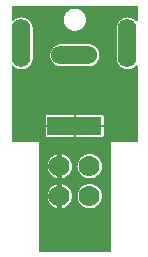
<source format=gtl>
%FSLAX33Y33*%
%MOMM*%
%AMRR-H1600000-W3900000-R800000-RO0.000*
21,1,2.3,1.6,0.,0.,360*
1,1,1.6,-1.15,0.*
1,1,1.6,1.15,0.*
1,1,1.6,1.15,-0.*
1,1,1.6,-1.15,0.*%
%AMRR-H4099999-W1600000-R800000-RO0.000*
21,1,1.6,2.499999,0.,0.,360*
1,1,1.6,0.,1.2499995*
1,1,1.6,0.,1.2499995*
1,1,1.6,0.,-1.2499995*
1,1,1.6,-0.,-1.2499995*%
%ADD10C,0.0508*%
%ADD11R,4.6X1.6*%
%ADD12RR-H1600000-W3900000-R800000-RO0.000*%
%ADD13RR-H4099999-W1600000-R800000-RO0.000*%
%ADD14C,1.778*%
D10*
%LNpour fill*%
G01*
X8712Y9688D02*
X8712Y9688D01*
X8727Y9703*
X10998Y9703*
X10998Y16081*
X10951Y16101*
X10853Y16002*
X10851Y16001*
X10711Y15903*
X10709Y15902*
X10555Y15830*
X10553Y15829*
X10388Y15785*
X10386Y15784*
X10216Y15770*
X10214Y15770*
X10044Y15784*
X10042Y15785*
X9877Y15829*
X9875Y15830*
X9721Y15902*
X9719Y15903*
X9579Y16001*
X9577Y16002*
X9457Y16122*
X9456Y16124*
X9358Y16264*
X9357Y16266*
X9285Y16420*
X9284Y16422*
X9240Y16587*
X9239Y16589*
X9225Y16758*
X9225Y16759*
X9225Y19261*
X9225Y19262*
X9239Y19431*
X9240Y19433*
X9284Y19598*
X9285Y19600*
X9357Y19754*
X9358Y19756*
X9456Y19896*
X9457Y19898*
X9577Y20018*
X9579Y20019*
X9719Y20117*
X9721Y20118*
X9875Y20190*
X9877Y20191*
X10042Y20235*
X10044Y20236*
X10214Y20250*
X10216Y20250*
X10386Y20236*
X10388Y20235*
X10553Y20191*
X10555Y20190*
X10709Y20118*
X10711Y20117*
X10851Y20019*
X10853Y20018*
X10951Y19919*
X10998Y19939*
X10998Y21158*
X0432Y21158*
X0432Y19939*
X0479Y19919*
X0577Y20018*
X0579Y20019*
X0719Y20117*
X0721Y20118*
X0875Y20190*
X0877Y20191*
X1042Y20235*
X1044Y20236*
X1214Y20250*
X1216Y20250*
X1386Y20236*
X1388Y20235*
X1553Y20191*
X1555Y20190*
X1709Y20118*
X1711Y20117*
X1851Y20019*
X1853Y20018*
X1973Y19898*
X1974Y19896*
X2072Y19756*
X2073Y19754*
X2145Y19600*
X2146Y19598*
X2190Y19433*
X2191Y19431*
X2205Y19262*
X2206Y19261*
X2206Y16759*
X2205Y16758*
X2191Y16589*
X2190Y16587*
X2146Y16422*
X2145Y16420*
X2073Y16266*
X2072Y16264*
X1974Y16124*
X1973Y16122*
X1853Y16002*
X1851Y16001*
X1711Y15903*
X1709Y15902*
X1555Y15830*
X1553Y15829*
X1388Y15785*
X1386Y15784*
X1216Y15770*
X1214Y15770*
X1044Y15784*
X1042Y15785*
X0877Y15829*
X0875Y15830*
X0721Y15902*
X0719Y15903*
X0579Y16001*
X0577Y16002*
X0479Y16101*
X0432Y16081*
X0432Y9703*
X2703Y9703*
X2718Y9688*
X2718Y0432*
X8712Y0432*
X8712Y9688*
X5836Y19026D02*
X5836Y19026D01*
X6065Y19082*
X6068Y19083*
X6277Y19193*
X6280Y19195*
X6456Y19351*
X6458Y19354*
X6592Y19548*
X6594Y19551*
X6677Y19771*
X6678Y19774*
X6707Y20008*
X6707Y20012*
X6678Y20246*
X6677Y20249*
X6594Y20469*
X6592Y20472*
X6458Y20666*
X6456Y20669*
X6280Y20825*
X6277Y20827*
X6068Y20937*
X6065Y20938*
X5836Y20994*
X5833Y20994*
X5597Y20994*
X5594Y20994*
X5365Y20938*
X5362Y20937*
X5153Y20827*
X5150Y20825*
X4974Y20669*
X4972Y20666*
X4838Y20472*
X4836Y20469*
X4753Y20249*
X4752Y20246*
X4723Y20012*
X4723Y20008*
X4752Y19774*
X4753Y19771*
X4836Y19551*
X4838Y19548*
X4972Y19354*
X4974Y19351*
X5150Y19195*
X5153Y19193*
X5362Y19083*
X5365Y19082*
X5594Y19026*
X5597Y19026*
X5833Y19026*
X5836Y19026*
X6867Y16020D02*
X6867Y16020D01*
X7036Y16034*
X7038Y16035*
X7203Y16079*
X7205Y16080*
X7359Y16152*
X7361Y16153*
X7501Y16251*
X7503Y16252*
X7623Y16372*
X7624Y16374*
X7722Y16514*
X7723Y16516*
X7795Y16670*
X7796Y16672*
X7840Y16837*
X7841Y16839*
X7856Y17009*
X7856Y17011*
X7841Y17181*
X7840Y17183*
X7796Y17348*
X7795Y17350*
X7723Y17504*
X7722Y17506*
X7624Y17646*
X7623Y17648*
X7503Y17768*
X7501Y17769*
X7361Y17867*
X7359Y17868*
X7205Y17940*
X7203Y17941*
X7038Y17985*
X7036Y17986*
X6867Y18000*
X6866Y18001*
X4564Y18001*
X4563Y18000*
X4394Y17986*
X4392Y17985*
X4227Y17941*
X4225Y17940*
X4071Y17868*
X4069Y17867*
X3929Y17769*
X3927Y17768*
X3807Y17648*
X3806Y17646*
X3708Y17506*
X3707Y17504*
X3635Y17350*
X3634Y17348*
X3590Y17183*
X3589Y17181*
X3575Y17011*
X3575Y17009*
X3589Y16839*
X3590Y16837*
X3634Y16672*
X3635Y16670*
X3707Y16516*
X3708Y16514*
X3806Y16374*
X3807Y16372*
X3927Y16252*
X3929Y16251*
X4069Y16153*
X4071Y16152*
X4225Y16080*
X4227Y16079*
X4392Y16035*
X4394Y16034*
X4563Y16020*
X4564Y16020*
X6866Y16020*
X6867Y16020*
X5658Y10033D02*
X5658Y10033D01*
X5658Y10226*
X5772Y10226*
X5772Y10033*
X5787Y10019*
X8016Y10019*
X8017Y10019*
X8044Y10021*
X8046Y10021*
X8073Y10028*
X8075Y10028*
X8101Y10039*
X8103Y10040*
X8127Y10054*
X8128Y10056*
X8150Y10074*
X8151Y10075*
X8169Y10097*
X8171Y10098*
X8185Y10122*
X8186Y10124*
X8197Y10150*
X8197Y10152*
X8204Y10179*
X8204Y10181*
X8206Y10209*
X8207Y10210*
X8207Y10938*
X8192Y10953*
X7999Y10953*
X7999Y11067*
X8192Y11067*
X8207Y11082*
X8207Y11810*
X8206Y11811*
X8204Y11839*
X8204Y11841*
X8197Y11868*
X8197Y11870*
X8186Y11896*
X8185Y11898*
X8171Y11922*
X8169Y11923*
X8151Y11945*
X8150Y11946*
X8128Y11964*
X8127Y11966*
X8103Y11980*
X8101Y11981*
X8075Y11992*
X8073Y11992*
X8046Y11999*
X8044Y11999*
X8016Y12001*
X8015Y12002*
X5787Y12002*
X5772Y11987*
X5772Y11794*
X5658Y11794*
X5658Y11987*
X5643Y12002*
X3415Y12002*
X3414Y12001*
X3386Y11999*
X3384Y11999*
X3357Y11992*
X3355Y11992*
X3329Y11981*
X3327Y11980*
X3303Y11966*
X3302Y11964*
X3280Y11946*
X3279Y11945*
X3261Y11923*
X3259Y11922*
X3245Y11898*
X3244Y11896*
X3233Y11870*
X3233Y11868*
X3226Y11841*
X3226Y11839*
X3224Y11812*
X3224Y11811*
X3224Y11082*
X3238Y11067*
X3431Y11067*
X3431Y10953*
X3238Y10953*
X3224Y10938*
X3224Y10209*
X3224Y10208*
X3226Y10181*
X3226Y10179*
X3233Y10152*
X3233Y10150*
X3244Y10124*
X3245Y10122*
X3259Y10098*
X3261Y10097*
X3279Y10075*
X3280Y10074*
X3302Y10056*
X3303Y10054*
X3327Y10040*
X3329Y10039*
X3355Y10028*
X3357Y10028*
X3384Y10021*
X3386Y10021*
X3413Y10019*
X3414Y10019*
X5643Y10019*
X5658Y10033*
X7117Y6548D02*
X7117Y6548D01*
X7367Y6609*
X7370Y6610*
X7598Y6730*
X7600Y6732*
X7793Y6902*
X7795Y6905*
X7941Y7117*
X7942Y7119*
X8034Y7360*
X8034Y7363*
X8066Y7618*
X8066Y7622*
X8034Y7877*
X8034Y7880*
X7942Y8121*
X7941Y8123*
X7795Y8335*
X7793Y8338*
X7600Y8508*
X7598Y8510*
X7370Y8630*
X7367Y8631*
X7117Y8692*
X7114Y8693*
X6856Y8693*
X6853Y8692*
X6603Y8631*
X6600Y8630*
X6372Y8510*
X6370Y8508*
X6177Y8338*
X6175Y8335*
X6029Y8123*
X6028Y8121*
X5936Y7880*
X5936Y7877*
X5904Y7622*
X5904Y7618*
X5936Y7363*
X5936Y7360*
X6028Y7119*
X6029Y7117*
X6175Y6905*
X6177Y6902*
X6370Y6732*
X6372Y6730*
X6600Y6610*
X6603Y6609*
X6853Y6548*
X6856Y6547*
X7114Y6547*
X7117Y6548*
X4827Y6609D02*
X4827Y6609D01*
X4830Y6610*
X5058Y6730*
X5060Y6732*
X5253Y6902*
X5255Y6905*
X5401Y7117*
X5402Y7119*
X5494Y7360*
X5494Y7363*
X5526Y7618*
X5526Y7622*
X5494Y7877*
X5494Y7880*
X5402Y8121*
X5401Y8123*
X5255Y8335*
X5253Y8338*
X5060Y8508*
X5058Y8510*
X4830Y8630*
X4827Y8631*
X4639Y8677*
X4620Y8662*
X4620Y8487*
X4270Y8487*
X4270Y8662*
X4251Y8677*
X4063Y8631*
X4060Y8630*
X3832Y8510*
X3830Y8508*
X3637Y8338*
X3635Y8335*
X3489Y8123*
X3488Y8121*
X3396Y7880*
X3396Y7877*
X3388Y7812*
X3403Y7795*
X3572Y7795*
X3572Y7445*
X3403Y7445*
X3388Y7428*
X3396Y7363*
X3396Y7360*
X3488Y7119*
X3489Y7117*
X3635Y6905*
X3637Y6902*
X3830Y6732*
X3832Y6730*
X4060Y6610*
X4063Y6609*
X4251Y6563*
X4270Y6578*
X4270Y6753*
X4620Y6753*
X4620Y6578*
X4639Y6563*
X4827Y6609*
X7117Y4008D02*
X7117Y4008D01*
X7367Y4069*
X7370Y4070*
X7598Y4190*
X7600Y4192*
X7793Y4362*
X7795Y4365*
X7941Y4577*
X7942Y4579*
X8034Y4820*
X8034Y4823*
X8066Y5078*
X8066Y5082*
X8034Y5337*
X8034Y5340*
X7942Y5581*
X7941Y5583*
X7795Y5795*
X7793Y5798*
X7600Y5968*
X7598Y5970*
X7370Y6090*
X7367Y6091*
X7117Y6152*
X7114Y6153*
X6856Y6153*
X6853Y6152*
X6603Y6091*
X6600Y6090*
X6372Y5970*
X6370Y5968*
X6177Y5798*
X6175Y5795*
X6029Y5583*
X6028Y5581*
X5936Y5340*
X5936Y5337*
X5904Y5082*
X5904Y5078*
X5936Y4823*
X5936Y4820*
X6028Y4579*
X6029Y4577*
X6175Y4365*
X6177Y4362*
X6370Y4192*
X6372Y4190*
X6600Y4070*
X6603Y4069*
X6853Y4008*
X6856Y4007*
X7114Y4007*
X7117Y4008*
X4827Y4069D02*
X4827Y4069D01*
X4830Y4070*
X5058Y4190*
X5060Y4192*
X5253Y4362*
X5255Y4365*
X5401Y4577*
X5402Y4579*
X5494Y4820*
X5494Y4823*
X5526Y5078*
X5526Y5082*
X5494Y5337*
X5494Y5340*
X5402Y5581*
X5401Y5583*
X5255Y5795*
X5253Y5798*
X5060Y5968*
X5058Y5970*
X4830Y6090*
X4827Y6091*
X4639Y6137*
X4620Y6122*
X4620Y5947*
X4270Y5947*
X4270Y6122*
X4251Y6137*
X4063Y6091*
X4060Y6090*
X3832Y5970*
X3830Y5968*
X3637Y5798*
X3635Y5795*
X3489Y5583*
X3488Y5581*
X3396Y5340*
X3396Y5337*
X3388Y5272*
X3403Y5255*
X3572Y5255*
X3572Y4905*
X3403Y4905*
X3388Y4888*
X3396Y4823*
X3396Y4820*
X3488Y4579*
X3489Y4577*
X3635Y4365*
X3637Y4362*
X3830Y4192*
X3832Y4190*
X4060Y4070*
X4063Y4069*
X4251Y4023*
X4270Y4038*
X4270Y4213*
X4620Y4213*
X4620Y4038*
X4639Y4023*
X4827Y4069*
X2718Y0456D02*
X8712Y0456D01*
X2718Y0505D02*
X8712Y0505D01*
X2718Y0555D02*
X8712Y0555D01*
X2718Y0605D02*
X8712Y0605D01*
X2718Y0654D02*
X8712Y0654D01*
X2718Y0704D02*
X8712Y0704D01*
X2718Y0753D02*
X8712Y0753D01*
X2718Y0803D02*
X8712Y0803D01*
X2718Y0852D02*
X8712Y0852D01*
X2718Y0902D02*
X8712Y0902D01*
X2718Y0951D02*
X8712Y0951D01*
X2718Y1001D02*
X8712Y1001D01*
X2718Y1050D02*
X8712Y1050D01*
X2718Y1100D02*
X8712Y1100D01*
X2718Y1149D02*
X8712Y1149D01*
X2718Y1199D02*
X8712Y1199D01*
X2718Y1248D02*
X8712Y1248D01*
X2718Y1298D02*
X8712Y1298D01*
X2718Y1347D02*
X8712Y1347D01*
X2718Y1397D02*
X8712Y1397D01*
X2718Y1447D02*
X8712Y1447D01*
X2718Y1496D02*
X8712Y1496D01*
X2718Y1546D02*
X8712Y1546D01*
X2718Y1595D02*
X8712Y1595D01*
X2718Y1645D02*
X8712Y1645D01*
X2718Y1694D02*
X8712Y1694D01*
X2718Y1744D02*
X8712Y1744D01*
X2718Y1793D02*
X8712Y1793D01*
X2718Y1843D02*
X8712Y1843D01*
X2718Y1892D02*
X8712Y1892D01*
X2718Y1942D02*
X8712Y1942D01*
X2718Y1991D02*
X8712Y1991D01*
X2718Y2041D02*
X8712Y2041D01*
X2718Y2090D02*
X8712Y2090D01*
X2718Y2140D02*
X8712Y2140D01*
X2718Y2189D02*
X8712Y2189D01*
X2718Y2239D02*
X8712Y2239D01*
X2718Y2289D02*
X8712Y2289D01*
X2718Y2338D02*
X8712Y2338D01*
X2718Y2388D02*
X8712Y2388D01*
X2718Y2437D02*
X8712Y2437D01*
X2718Y2487D02*
X8712Y2487D01*
X2718Y2536D02*
X8712Y2536D01*
X2718Y2586D02*
X8712Y2586D01*
X2718Y2635D02*
X8712Y2635D01*
X2718Y2685D02*
X8712Y2685D01*
X2718Y2734D02*
X8712Y2734D01*
X2718Y2784D02*
X8712Y2784D01*
X2718Y2833D02*
X8712Y2833D01*
X2718Y2883D02*
X8712Y2883D01*
X2718Y2932D02*
X8712Y2932D01*
X2718Y2982D02*
X8712Y2982D01*
X2718Y3031D02*
X8712Y3031D01*
X2718Y3081D02*
X8712Y3081D01*
X2718Y3131D02*
X8712Y3131D01*
X2718Y3180D02*
X8712Y3180D01*
X2718Y3230D02*
X8712Y3230D01*
X2718Y3279D02*
X8712Y3279D01*
X2718Y3329D02*
X8712Y3329D01*
X2718Y3378D02*
X8712Y3378D01*
X2718Y3428D02*
X8712Y3428D01*
X2718Y3477D02*
X8712Y3477D01*
X2718Y3527D02*
X8712Y3527D01*
X2718Y3576D02*
X8712Y3576D01*
X2718Y3626D02*
X8712Y3626D01*
X2718Y3675D02*
X8712Y3675D01*
X2718Y3725D02*
X8712Y3725D01*
X2718Y3774D02*
X8712Y3774D01*
X2718Y3824D02*
X8712Y3824D01*
X2718Y3873D02*
X8712Y3873D01*
X2718Y3923D02*
X8712Y3923D01*
X2718Y3973D02*
X8712Y3973D01*
X2718Y4022D02*
X6794Y4022D01*
X7176Y4022D02*
X8712Y4022D01*
X2718Y4072D02*
X4058Y4072D01*
X4270Y4072D02*
X4620Y4072D01*
X4832Y4072D02*
X6598Y4072D01*
X7372Y4072D02*
X8712Y4072D01*
X2718Y4121D02*
X3963Y4121D01*
X4270Y4121D02*
X4620Y4121D01*
X4927Y4121D02*
X6503Y4121D01*
X7467Y4121D02*
X8712Y4121D01*
X2718Y4171D02*
X3869Y4171D01*
X4270Y4171D02*
X4620Y4171D01*
X5021Y4171D02*
X6409Y4171D01*
X7561Y4171D02*
X8712Y4171D01*
X2718Y4220D02*
X3798Y4220D01*
X5092Y4220D02*
X6338Y4220D01*
X7632Y4220D02*
X8712Y4220D01*
X2718Y4270D02*
X3742Y4270D01*
X5148Y4270D02*
X6282Y4270D01*
X7688Y4270D02*
X8712Y4270D01*
X2718Y4319D02*
X3686Y4319D01*
X5204Y4319D02*
X6226Y4319D01*
X7744Y4319D02*
X8712Y4319D01*
X2718Y4369D02*
X3632Y4369D01*
X5258Y4369D02*
X6172Y4369D01*
X7798Y4369D02*
X8712Y4369D01*
X2718Y4418D02*
X3598Y4418D01*
X5292Y4418D02*
X6138Y4418D01*
X7832Y4418D02*
X8712Y4418D01*
X2718Y4468D02*
X3564Y4468D01*
X5326Y4468D02*
X6104Y4468D01*
X7866Y4468D02*
X8712Y4468D01*
X2718Y4517D02*
X3530Y4517D01*
X5360Y4517D02*
X6070Y4517D01*
X7900Y4517D02*
X8712Y4517D01*
X2718Y4567D02*
X3496Y4567D01*
X5394Y4567D02*
X6036Y4567D01*
X7934Y4567D02*
X8712Y4567D01*
X2718Y4616D02*
X3473Y4616D01*
X5417Y4616D02*
X6013Y4616D01*
X7957Y4616D02*
X8712Y4616D01*
X2718Y4666D02*
X3455Y4666D01*
X5435Y4666D02*
X5995Y4666D01*
X7975Y4666D02*
X8712Y4666D01*
X2718Y4716D02*
X3436Y4716D01*
X5454Y4716D02*
X5976Y4716D01*
X7994Y4716D02*
X8712Y4716D01*
X2718Y4765D02*
X3417Y4765D01*
X5473Y4765D02*
X5957Y4765D01*
X8013Y4765D02*
X8712Y4765D01*
X2718Y4815D02*
X3398Y4815D01*
X5492Y4815D02*
X5938Y4815D01*
X8032Y4815D02*
X8712Y4815D01*
X2718Y4864D02*
X3391Y4864D01*
X5499Y4864D02*
X5931Y4864D01*
X8039Y4864D02*
X8712Y4864D01*
X2718Y4914D02*
X3572Y4914D01*
X5505Y4914D02*
X5925Y4914D01*
X8045Y4914D02*
X8712Y4914D01*
X2718Y4963D02*
X3572Y4963D01*
X5512Y4963D02*
X5919Y4963D01*
X8052Y4963D02*
X8712Y4963D01*
X2718Y5013D02*
X3572Y5013D01*
X5518Y5013D02*
X5912Y5013D01*
X8058Y5013D02*
X8712Y5013D01*
X2718Y5062D02*
X3572Y5062D01*
X5524Y5062D02*
X5906Y5062D01*
X8064Y5062D02*
X8712Y5062D01*
X2718Y5112D02*
X3572Y5112D01*
X5522Y5112D02*
X5908Y5112D01*
X8062Y5112D02*
X8712Y5112D01*
X2718Y5161D02*
X3572Y5161D01*
X5516Y5161D02*
X5914Y5161D01*
X8056Y5161D02*
X8712Y5161D01*
X2718Y5211D02*
X3572Y5211D01*
X5510Y5211D02*
X5920Y5211D01*
X8050Y5211D02*
X8712Y5211D01*
X2718Y5260D02*
X3398Y5260D01*
X5504Y5260D02*
X5926Y5260D01*
X8044Y5260D02*
X8712Y5260D01*
X2718Y5310D02*
X3392Y5310D01*
X5498Y5310D02*
X5932Y5310D01*
X8038Y5310D02*
X8712Y5310D01*
X2718Y5359D02*
X3404Y5359D01*
X5486Y5359D02*
X5944Y5359D01*
X8026Y5359D02*
X8712Y5359D01*
X2718Y5409D02*
X3422Y5409D01*
X5468Y5409D02*
X5962Y5409D01*
X8008Y5409D02*
X8712Y5409D01*
X2718Y5458D02*
X3441Y5458D01*
X5449Y5458D02*
X5981Y5458D01*
X7989Y5458D02*
X8712Y5458D01*
X2718Y5508D02*
X3460Y5508D01*
X5430Y5508D02*
X6000Y5508D01*
X7970Y5508D02*
X8712Y5508D01*
X2718Y5558D02*
X3479Y5558D01*
X5411Y5558D02*
X6019Y5558D01*
X7951Y5558D02*
X8712Y5558D01*
X2718Y5607D02*
X3505Y5607D01*
X5385Y5607D02*
X6045Y5607D01*
X7925Y5607D02*
X8712Y5607D01*
X2718Y5657D02*
X3539Y5657D01*
X5351Y5657D02*
X6079Y5657D01*
X7891Y5657D02*
X8712Y5657D01*
X2718Y5706D02*
X3574Y5706D01*
X5316Y5706D02*
X6114Y5706D01*
X7856Y5706D02*
X8712Y5706D01*
X2718Y5756D02*
X3608Y5756D01*
X5282Y5756D02*
X6148Y5756D01*
X7822Y5756D02*
X8712Y5756D01*
X2718Y5805D02*
X3646Y5805D01*
X5244Y5805D02*
X6186Y5805D01*
X7784Y5805D02*
X8712Y5805D01*
X2718Y5855D02*
X3702Y5855D01*
X5188Y5855D02*
X6242Y5855D01*
X7728Y5855D02*
X8712Y5855D01*
X2718Y5904D02*
X3758Y5904D01*
X5132Y5904D02*
X6298Y5904D01*
X7672Y5904D02*
X8712Y5904D01*
X2718Y5954D02*
X3813Y5954D01*
X4270Y5954D02*
X4620Y5954D01*
X5077Y5954D02*
X6353Y5954D01*
X7617Y5954D02*
X8712Y5954D01*
X2718Y6003D02*
X3896Y6003D01*
X4270Y6003D02*
X4620Y6003D01*
X4994Y6003D02*
X6436Y6003D01*
X7534Y6003D02*
X8712Y6003D01*
X2718Y6053D02*
X3990Y6053D01*
X4270Y6053D02*
X4620Y6053D01*
X4900Y6053D02*
X6530Y6053D01*
X7440Y6053D02*
X8712Y6053D01*
X2718Y6102D02*
X4110Y6102D01*
X4270Y6102D02*
X4620Y6102D01*
X4780Y6102D02*
X6650Y6102D01*
X7320Y6102D02*
X8712Y6102D01*
X2718Y6152D02*
X6851Y6152D01*
X7119Y6152D02*
X8712Y6152D01*
X2718Y6201D02*
X8712Y6201D01*
X2718Y6251D02*
X8712Y6251D01*
X2718Y6300D02*
X8712Y6300D01*
X2718Y6350D02*
X8712Y6350D01*
X2718Y6400D02*
X8712Y6400D01*
X2718Y6449D02*
X8712Y6449D01*
X2718Y6499D02*
X8712Y6499D01*
X2718Y6548D02*
X6851Y6548D01*
X7119Y6548D02*
X8712Y6548D01*
X2718Y6598D02*
X4110Y6598D01*
X4270Y6598D02*
X4620Y6598D01*
X4780Y6598D02*
X6650Y6598D01*
X7320Y6598D02*
X8712Y6598D01*
X2718Y6647D02*
X3990Y6647D01*
X4270Y6647D02*
X4620Y6647D01*
X4900Y6647D02*
X6530Y6647D01*
X7440Y6647D02*
X8712Y6647D01*
X2718Y6697D02*
X3896Y6697D01*
X4270Y6697D02*
X4620Y6697D01*
X4994Y6697D02*
X6436Y6697D01*
X7534Y6697D02*
X8712Y6697D01*
X2718Y6746D02*
X3813Y6746D01*
X4270Y6746D02*
X4620Y6746D01*
X5077Y6746D02*
X6353Y6746D01*
X7617Y6746D02*
X8712Y6746D01*
X2718Y6796D02*
X3758Y6796D01*
X5132Y6796D02*
X6298Y6796D01*
X7672Y6796D02*
X8712Y6796D01*
X2718Y6845D02*
X3702Y6845D01*
X5188Y6845D02*
X6242Y6845D01*
X7728Y6845D02*
X8712Y6845D01*
X2718Y6895D02*
X3646Y6895D01*
X5244Y6895D02*
X6186Y6895D01*
X7784Y6895D02*
X8712Y6895D01*
X2718Y6944D02*
X3608Y6944D01*
X5282Y6944D02*
X6148Y6944D01*
X7822Y6944D02*
X8712Y6944D01*
X2718Y6994D02*
X3574Y6994D01*
X5316Y6994D02*
X6114Y6994D01*
X7856Y6994D02*
X8712Y6994D01*
X2718Y7043D02*
X3539Y7043D01*
X5351Y7043D02*
X6079Y7043D01*
X7891Y7043D02*
X8712Y7043D01*
X2718Y7093D02*
X3505Y7093D01*
X5385Y7093D02*
X6045Y7093D01*
X7925Y7093D02*
X8712Y7093D01*
X2718Y7142D02*
X3479Y7142D01*
X5411Y7142D02*
X6019Y7142D01*
X7951Y7142D02*
X8712Y7142D01*
X2718Y7192D02*
X3460Y7192D01*
X5430Y7192D02*
X6000Y7192D01*
X7970Y7192D02*
X8712Y7192D01*
X2718Y7242D02*
X3441Y7242D01*
X5449Y7242D02*
X5981Y7242D01*
X7989Y7242D02*
X8712Y7242D01*
X2718Y7291D02*
X3422Y7291D01*
X5468Y7291D02*
X5962Y7291D01*
X8008Y7291D02*
X8712Y7291D01*
X2718Y7341D02*
X3404Y7341D01*
X5486Y7341D02*
X5944Y7341D01*
X8026Y7341D02*
X8712Y7341D01*
X2718Y7390D02*
X3392Y7390D01*
X5498Y7390D02*
X5932Y7390D01*
X8038Y7390D02*
X8712Y7390D01*
X2718Y7440D02*
X3398Y7440D01*
X5504Y7440D02*
X5926Y7440D01*
X8044Y7440D02*
X8712Y7440D01*
X2718Y7489D02*
X3572Y7489D01*
X5510Y7489D02*
X5920Y7489D01*
X8050Y7489D02*
X8712Y7489D01*
X2718Y7539D02*
X3572Y7539D01*
X5516Y7539D02*
X5914Y7539D01*
X8056Y7539D02*
X8712Y7539D01*
X2718Y7588D02*
X3572Y7588D01*
X5522Y7588D02*
X5908Y7588D01*
X8062Y7588D02*
X8712Y7588D01*
X2718Y7638D02*
X3572Y7638D01*
X5524Y7638D02*
X5906Y7638D01*
X8064Y7638D02*
X8712Y7638D01*
X2718Y7687D02*
X3572Y7687D01*
X5518Y7687D02*
X5912Y7687D01*
X8058Y7687D02*
X8712Y7687D01*
X2718Y7737D02*
X3572Y7737D01*
X5512Y7737D02*
X5919Y7737D01*
X8052Y7737D02*
X8712Y7737D01*
X2718Y7786D02*
X3572Y7786D01*
X5505Y7786D02*
X5925Y7786D01*
X8045Y7786D02*
X8712Y7786D01*
X2718Y7836D02*
X3391Y7836D01*
X5499Y7836D02*
X5931Y7836D01*
X8039Y7836D02*
X8712Y7836D01*
X2718Y7885D02*
X3398Y7885D01*
X5492Y7885D02*
X5938Y7885D01*
X8032Y7885D02*
X8712Y7885D01*
X2718Y7935D02*
X3417Y7935D01*
X5473Y7935D02*
X5957Y7935D01*
X8013Y7935D02*
X8712Y7935D01*
X2718Y7984D02*
X3436Y7984D01*
X5454Y7984D02*
X5976Y7984D01*
X7994Y7984D02*
X8712Y7984D01*
X2718Y8034D02*
X3455Y8034D01*
X5435Y8034D02*
X5995Y8034D01*
X7975Y8034D02*
X8712Y8034D01*
X2718Y8084D02*
X3473Y8084D01*
X5417Y8084D02*
X6013Y8084D01*
X7957Y8084D02*
X8712Y8084D01*
X2718Y8133D02*
X3496Y8133D01*
X5394Y8133D02*
X6036Y8133D01*
X7934Y8133D02*
X8712Y8133D01*
X2718Y8183D02*
X3530Y8183D01*
X5360Y8183D02*
X6070Y8183D01*
X7900Y8183D02*
X8712Y8183D01*
X2718Y8232D02*
X3564Y8232D01*
X5326Y8232D02*
X6104Y8232D01*
X7866Y8232D02*
X8712Y8232D01*
X2718Y8282D02*
X3598Y8282D01*
X5292Y8282D02*
X6138Y8282D01*
X7832Y8282D02*
X8712Y8282D01*
X2718Y8331D02*
X3632Y8331D01*
X5258Y8331D02*
X6172Y8331D01*
X7798Y8331D02*
X8712Y8331D01*
X2718Y8381D02*
X3686Y8381D01*
X5204Y8381D02*
X6226Y8381D01*
X7744Y8381D02*
X8712Y8381D01*
X2718Y8430D02*
X3742Y8430D01*
X5148Y8430D02*
X6282Y8430D01*
X7688Y8430D02*
X8712Y8430D01*
X2718Y8480D02*
X3798Y8480D01*
X5092Y8480D02*
X6338Y8480D01*
X7632Y8480D02*
X8712Y8480D01*
X2718Y8529D02*
X3869Y8529D01*
X4270Y8529D02*
X4620Y8529D01*
X5021Y8529D02*
X6409Y8529D01*
X7561Y8529D02*
X8712Y8529D01*
X2718Y8579D02*
X3963Y8579D01*
X4270Y8579D02*
X4620Y8579D01*
X4927Y8579D02*
X6503Y8579D01*
X7467Y8579D02*
X8712Y8579D01*
X2718Y8628D02*
X4058Y8628D01*
X4270Y8628D02*
X4620Y8628D01*
X4832Y8628D02*
X6598Y8628D01*
X7372Y8628D02*
X8712Y8628D01*
X2718Y8678D02*
X6794Y8678D01*
X7176Y8678D02*
X8712Y8678D01*
X2718Y8727D02*
X8712Y8727D01*
X2718Y8777D02*
X8712Y8777D01*
X2718Y8826D02*
X8712Y8826D01*
X2718Y8876D02*
X8712Y8876D01*
X2718Y8926D02*
X8712Y8926D01*
X2718Y8975D02*
X8712Y8975D01*
X2718Y9025D02*
X8712Y9025D01*
X2718Y9074D02*
X8712Y9074D01*
X2718Y9124D02*
X8712Y9124D01*
X2718Y9173D02*
X8712Y9173D01*
X2718Y9223D02*
X8712Y9223D01*
X2718Y9272D02*
X8712Y9272D01*
X2718Y9322D02*
X8712Y9322D01*
X2718Y9371D02*
X8712Y9371D01*
X2718Y9421D02*
X8712Y9421D01*
X2718Y9470D02*
X8712Y9470D01*
X2718Y9520D02*
X8712Y9520D01*
X2718Y9569D02*
X8712Y9569D01*
X2718Y9619D02*
X8712Y9619D01*
X2718Y9669D02*
X8712Y9669D01*
X0432Y9718D02*
X10998Y9718D01*
X0432Y9768D02*
X10998Y9768D01*
X0432Y9817D02*
X10998Y9817D01*
X0432Y9867D02*
X10998Y9867D01*
X0432Y9916D02*
X10998Y9916D01*
X0432Y9966D02*
X10998Y9966D01*
X0432Y10015D02*
X10998Y10015D01*
X0432Y10065D02*
X3291Y10065D01*
X5658Y10065D02*
X5772Y10065D01*
X8139Y10065D02*
X10998Y10065D01*
X0432Y10114D02*
X3250Y10114D01*
X5658Y10114D02*
X5772Y10114D01*
X8180Y10114D02*
X10998Y10114D01*
X0432Y10164D02*
X3230Y10164D01*
X5658Y10164D02*
X5772Y10164D01*
X8200Y10164D02*
X10998Y10164D01*
X0432Y10213D02*
X3224Y10213D01*
X5658Y10213D02*
X5772Y10213D01*
X8207Y10213D02*
X10998Y10213D01*
X0432Y10263D02*
X3224Y10263D01*
X8207Y10263D02*
X10998Y10263D01*
X0432Y10312D02*
X3224Y10312D01*
X8207Y10312D02*
X10998Y10312D01*
X0432Y10362D02*
X3224Y10362D01*
X8207Y10362D02*
X10998Y10362D01*
X0432Y10411D02*
X3224Y10411D01*
X8207Y10411D02*
X10998Y10411D01*
X0432Y10461D02*
X3224Y10461D01*
X8207Y10461D02*
X10998Y10461D01*
X0432Y10511D02*
X3224Y10511D01*
X8207Y10511D02*
X10998Y10511D01*
X0432Y10560D02*
X3224Y10560D01*
X8207Y10560D02*
X10998Y10560D01*
X0432Y10610D02*
X3224Y10610D01*
X8207Y10610D02*
X10998Y10610D01*
X0432Y10659D02*
X3224Y10659D01*
X8207Y10659D02*
X10998Y10659D01*
X0432Y10709D02*
X3224Y10709D01*
X8207Y10709D02*
X10998Y10709D01*
X0432Y10758D02*
X3224Y10758D01*
X8207Y10758D02*
X10998Y10758D01*
X0432Y10808D02*
X3224Y10808D01*
X8207Y10808D02*
X10998Y10808D01*
X0432Y10857D02*
X3224Y10857D01*
X8207Y10857D02*
X10998Y10857D01*
X0432Y10907D02*
X3224Y10907D01*
X8207Y10907D02*
X10998Y10907D01*
X0432Y10956D02*
X3431Y10956D01*
X7999Y10956D02*
X10998Y10956D01*
X0432Y11006D02*
X3431Y11006D01*
X7999Y11006D02*
X10998Y11006D01*
X0432Y11055D02*
X3431Y11055D01*
X7999Y11055D02*
X10998Y11055D01*
X0432Y11105D02*
X3224Y11105D01*
X8207Y11105D02*
X10998Y11105D01*
X0432Y11154D02*
X3224Y11154D01*
X8207Y11154D02*
X10998Y11154D01*
X0432Y11204D02*
X3224Y11204D01*
X8207Y11204D02*
X10998Y11204D01*
X0432Y11253D02*
X3224Y11253D01*
X8207Y11253D02*
X10998Y11253D01*
X0432Y11303D02*
X3224Y11303D01*
X8207Y11303D02*
X10998Y11303D01*
X0432Y11353D02*
X3224Y11353D01*
X8207Y11353D02*
X10998Y11353D01*
X0432Y11402D02*
X3224Y11402D01*
X8207Y11402D02*
X10998Y11402D01*
X0432Y11452D02*
X3224Y11452D01*
X8207Y11452D02*
X10998Y11452D01*
X0432Y11501D02*
X3224Y11501D01*
X8207Y11501D02*
X10998Y11501D01*
X0432Y11551D02*
X3224Y11551D01*
X8207Y11551D02*
X10998Y11551D01*
X0432Y11600D02*
X3224Y11600D01*
X8207Y11600D02*
X10998Y11600D01*
X0432Y11650D02*
X3224Y11650D01*
X8207Y11650D02*
X10998Y11650D01*
X0432Y11699D02*
X3224Y11699D01*
X8207Y11699D02*
X10998Y11699D01*
X0432Y11749D02*
X3224Y11749D01*
X8207Y11749D02*
X10998Y11749D01*
X0432Y11798D02*
X3224Y11798D01*
X5658Y11798D02*
X5772Y11798D01*
X8207Y11798D02*
X10998Y11798D01*
X0432Y11848D02*
X3228Y11848D01*
X5658Y11848D02*
X5772Y11848D01*
X8202Y11848D02*
X10998Y11848D01*
X0432Y11897D02*
X3245Y11897D01*
X5658Y11897D02*
X5772Y11897D01*
X8185Y11897D02*
X10998Y11897D01*
X0432Y11947D02*
X3281Y11947D01*
X5658Y11947D02*
X5772Y11947D01*
X8149Y11947D02*
X10998Y11947D01*
X0432Y11996D02*
X3373Y11996D01*
X5648Y11996D02*
X5782Y11996D01*
X8057Y11996D02*
X10998Y11996D01*
X0432Y12046D02*
X10998Y12046D01*
X0432Y12095D02*
X10998Y12095D01*
X0432Y12145D02*
X10998Y12145D01*
X0432Y12195D02*
X10998Y12195D01*
X0432Y12244D02*
X10998Y12244D01*
X0432Y12294D02*
X10998Y12294D01*
X0432Y12343D02*
X10998Y12343D01*
X0432Y12393D02*
X10998Y12393D01*
X0432Y12442D02*
X10998Y12442D01*
X0432Y12492D02*
X10998Y12492D01*
X0432Y12541D02*
X10998Y12541D01*
X0432Y12591D02*
X10998Y12591D01*
X0432Y12640D02*
X10998Y12640D01*
X0432Y12690D02*
X10998Y12690D01*
X0432Y12739D02*
X10998Y12739D01*
X0432Y12789D02*
X10998Y12789D01*
X0432Y12838D02*
X10998Y12838D01*
X0432Y12888D02*
X10998Y12888D01*
X0432Y12937D02*
X10998Y12937D01*
X0432Y12987D02*
X10998Y12987D01*
X0432Y13037D02*
X10998Y13037D01*
X0432Y13086D02*
X10998Y13086D01*
X0432Y13136D02*
X10998Y13136D01*
X0432Y13185D02*
X10998Y13185D01*
X0432Y13235D02*
X10998Y13235D01*
X0432Y13284D02*
X10998Y13284D01*
X0432Y13334D02*
X10998Y13334D01*
X0432Y13383D02*
X10998Y13383D01*
X0432Y13433D02*
X10998Y13433D01*
X0432Y13482D02*
X10998Y13482D01*
X0432Y13532D02*
X10998Y13532D01*
X0432Y13581D02*
X10998Y13581D01*
X0432Y13631D02*
X10998Y13631D01*
X0432Y13680D02*
X10998Y13680D01*
X0432Y13730D02*
X10998Y13730D01*
X0432Y13780D02*
X10998Y13780D01*
X0432Y13829D02*
X10998Y13829D01*
X0432Y13879D02*
X10998Y13879D01*
X0432Y13928D02*
X10998Y13928D01*
X0432Y13978D02*
X10998Y13978D01*
X0432Y14027D02*
X10998Y14027D01*
X0432Y14077D02*
X10998Y14077D01*
X0432Y14126D02*
X10998Y14126D01*
X0432Y14176D02*
X10998Y14176D01*
X0432Y14225D02*
X10998Y14225D01*
X0432Y14275D02*
X10998Y14275D01*
X0432Y14324D02*
X10998Y14324D01*
X0432Y14374D02*
X10998Y14374D01*
X0432Y14423D02*
X10998Y14423D01*
X0432Y14473D02*
X10998Y14473D01*
X0432Y14522D02*
X10998Y14522D01*
X0432Y14572D02*
X10998Y14572D01*
X0432Y14622D02*
X10998Y14622D01*
X0432Y14671D02*
X10998Y14671D01*
X0432Y14721D02*
X10998Y14721D01*
X0432Y14770D02*
X10998Y14770D01*
X0432Y14820D02*
X10998Y14820D01*
X0432Y14869D02*
X10998Y14869D01*
X0432Y14919D02*
X10998Y14919D01*
X0432Y14968D02*
X10998Y14968D01*
X0432Y15018D02*
X10998Y15018D01*
X0432Y15067D02*
X10998Y15067D01*
X0432Y15117D02*
X10998Y15117D01*
X0432Y15166D02*
X10998Y15166D01*
X0432Y15216D02*
X10998Y15216D01*
X0432Y15265D02*
X10998Y15265D01*
X0432Y15315D02*
X10998Y15315D01*
X0432Y15364D02*
X10998Y15364D01*
X0432Y15414D02*
X10998Y15414D01*
X0432Y15464D02*
X10998Y15464D01*
X0432Y15513D02*
X10998Y15513D01*
X0432Y15563D02*
X10998Y15563D01*
X0432Y15612D02*
X10998Y15612D01*
X0432Y15662D02*
X10998Y15662D01*
X0432Y15711D02*
X10998Y15711D01*
X0432Y15761D02*
X10998Y15761D01*
X0432Y15810D02*
X0947Y15810D01*
X1483Y15810D02*
X9947Y15810D01*
X10483Y15810D02*
X10998Y15810D01*
X0432Y15860D02*
X0811Y15860D01*
X1619Y15860D02*
X9811Y15860D01*
X10619Y15860D02*
X10998Y15860D01*
X0432Y15909D02*
X0709Y15909D01*
X1721Y15909D02*
X9709Y15909D01*
X10721Y15909D02*
X10998Y15909D01*
X0432Y15959D02*
X0639Y15959D01*
X1791Y15959D02*
X9639Y15959D01*
X10791Y15959D02*
X10998Y15959D01*
X0432Y16008D02*
X0571Y16008D01*
X1859Y16008D02*
X9571Y16008D01*
X10859Y16008D02*
X10998Y16008D01*
X0432Y16058D02*
X0522Y16058D01*
X1908Y16058D02*
X4306Y16058D01*
X7124Y16058D02*
X9522Y16058D01*
X10908Y16058D02*
X10998Y16058D01*
X1958Y16107D02*
X4166Y16107D01*
X7264Y16107D02*
X9472Y16107D01*
X1997Y16157D02*
X4063Y16157D01*
X7367Y16157D02*
X9433Y16157D01*
X2032Y16206D02*
X3992Y16206D01*
X7438Y16206D02*
X9398Y16206D01*
X2067Y16256D02*
X3923Y16256D01*
X7507Y16256D02*
X9363Y16256D01*
X2092Y16306D02*
X3874Y16306D01*
X7556Y16306D02*
X9338Y16306D01*
X2115Y16355D02*
X3824Y16355D01*
X7606Y16355D02*
X9315Y16355D01*
X2138Y16405D02*
X3784Y16405D01*
X7646Y16405D02*
X9292Y16405D01*
X2155Y16454D02*
X3750Y16454D01*
X7680Y16454D02*
X9275Y16454D01*
X2168Y16504D02*
X3715Y16504D01*
X7715Y16504D02*
X9262Y16504D01*
X2181Y16553D02*
X3689Y16553D01*
X7741Y16553D02*
X9249Y16553D01*
X2192Y16603D02*
X3666Y16603D01*
X7764Y16603D02*
X9238Y16603D01*
X2196Y16652D02*
X3643Y16652D01*
X7787Y16652D02*
X9234Y16652D01*
X2201Y16702D02*
X3626Y16702D01*
X7804Y16702D02*
X9229Y16702D01*
X2205Y16751D02*
X3613Y16751D01*
X7817Y16751D02*
X9225Y16751D01*
X2206Y16801D02*
X3599Y16801D01*
X7831Y16801D02*
X9225Y16801D01*
X2206Y16850D02*
X3588Y16850D01*
X7842Y16850D02*
X9225Y16850D01*
X2206Y16900D02*
X3584Y16900D01*
X7846Y16900D02*
X9225Y16900D01*
X2206Y16949D02*
X3580Y16949D01*
X7850Y16949D02*
X9225Y16949D01*
X2206Y16999D02*
X3575Y16999D01*
X7855Y16999D02*
X9225Y16999D01*
X2206Y17048D02*
X3578Y17048D01*
X7852Y17048D02*
X9225Y17048D01*
X2206Y17098D02*
X3582Y17098D01*
X7848Y17098D02*
X9225Y17098D01*
X2206Y17148D02*
X3586Y17148D01*
X7844Y17148D02*
X9225Y17148D01*
X2206Y17197D02*
X3593Y17197D01*
X7837Y17197D02*
X9225Y17197D01*
X2206Y17247D02*
X3607Y17247D01*
X7823Y17247D02*
X9225Y17247D01*
X2206Y17296D02*
X3620Y17296D01*
X7810Y17296D02*
X9225Y17296D01*
X2206Y17346D02*
X3633Y17346D01*
X7797Y17346D02*
X9225Y17346D01*
X2206Y17395D02*
X3656Y17395D01*
X7774Y17395D02*
X9225Y17395D01*
X2206Y17445D02*
X3679Y17445D01*
X7751Y17445D02*
X9225Y17445D01*
X2206Y17494D02*
X3702Y17494D01*
X7728Y17494D02*
X9225Y17494D01*
X2206Y17544D02*
X3734Y17544D01*
X7696Y17544D02*
X9225Y17544D01*
X2206Y17593D02*
X3769Y17593D01*
X7661Y17593D02*
X9225Y17593D01*
X2206Y17643D02*
X3803Y17643D01*
X7627Y17643D02*
X9225Y17643D01*
X2206Y17692D02*
X3852Y17692D01*
X7578Y17692D02*
X9225Y17692D01*
X2206Y17742D02*
X3901Y17742D01*
X7529Y17742D02*
X9225Y17742D01*
X2206Y17791D02*
X3961Y17791D01*
X7469Y17791D02*
X9225Y17791D01*
X2206Y17841D02*
X4031Y17841D01*
X7399Y17841D02*
X9225Y17841D01*
X2206Y17890D02*
X4118Y17890D01*
X7312Y17890D02*
X9225Y17890D01*
X2206Y17940D02*
X4224Y17940D01*
X7206Y17940D02*
X9225Y17940D01*
X2206Y17990D02*
X4439Y17990D01*
X6991Y17990D02*
X9225Y17990D01*
X2206Y18039D02*
X9225Y18039D01*
X2206Y18089D02*
X9225Y18089D01*
X2206Y18138D02*
X9225Y18138D01*
X2206Y18188D02*
X9225Y18188D01*
X2206Y18237D02*
X9225Y18237D01*
X2206Y18287D02*
X9225Y18287D01*
X2206Y18336D02*
X9225Y18336D01*
X2206Y18386D02*
X9225Y18386D01*
X2206Y18435D02*
X9225Y18435D01*
X2206Y18485D02*
X9225Y18485D01*
X2206Y18534D02*
X9225Y18534D01*
X2206Y18584D02*
X9225Y18584D01*
X2206Y18633D02*
X9225Y18633D01*
X2206Y18683D02*
X9225Y18683D01*
X2206Y18733D02*
X9225Y18733D01*
X2206Y18782D02*
X9225Y18782D01*
X2206Y18832D02*
X9225Y18832D01*
X2206Y18881D02*
X9225Y18881D01*
X2206Y18931D02*
X9225Y18931D01*
X2206Y18980D02*
X9225Y18980D01*
X2206Y19030D02*
X5579Y19030D01*
X5851Y19030D02*
X9225Y19030D01*
X2206Y19079D02*
X5378Y19079D01*
X6052Y19079D02*
X9225Y19079D01*
X2206Y19129D02*
X5276Y19129D01*
X6154Y19129D02*
X9225Y19129D01*
X2206Y19178D02*
X5181Y19178D01*
X6249Y19178D02*
X9225Y19178D01*
X2206Y19228D02*
X5113Y19228D01*
X6317Y19228D02*
X9225Y19228D01*
X2204Y19277D02*
X5057Y19277D01*
X6373Y19277D02*
X9226Y19277D01*
X2200Y19327D02*
X5002Y19327D01*
X6428Y19327D02*
X9230Y19327D01*
X2195Y19376D02*
X4956Y19376D01*
X6474Y19376D02*
X9235Y19376D01*
X2191Y19426D02*
X4922Y19426D01*
X6508Y19426D02*
X9239Y19426D01*
X2179Y19475D02*
X4888Y19475D01*
X6542Y19475D02*
X9251Y19475D01*
X2166Y19525D02*
X4854Y19525D01*
X6576Y19525D02*
X9264Y19525D01*
X2152Y19575D02*
X4827Y19575D01*
X6603Y19575D02*
X9278Y19575D01*
X2134Y19624D02*
X4808Y19624D01*
X6622Y19624D02*
X9296Y19624D01*
X2111Y19674D02*
X4790Y19674D01*
X6640Y19674D02*
X9319Y19674D01*
X2088Y19723D02*
X4771Y19723D01*
X6659Y19723D02*
X9342Y19723D01*
X2061Y19773D02*
X4752Y19773D01*
X6678Y19773D02*
X9369Y19773D01*
X2026Y19822D02*
X4746Y19822D01*
X6684Y19822D02*
X9404Y19822D01*
X1991Y19872D02*
X4740Y19872D01*
X6690Y19872D02*
X9439Y19872D01*
X0475Y19921D02*
X0481Y19921D01*
X1949Y19921D02*
X4734Y19921D01*
X6696Y19921D02*
X9481Y19921D01*
X10949Y19921D02*
X10956Y19921D01*
X0432Y19971D02*
X0530Y19971D01*
X1900Y19971D02*
X4728Y19971D01*
X6702Y19971D02*
X9530Y19971D01*
X10900Y19971D02*
X10998Y19971D01*
X0432Y20020D02*
X0580Y20020D01*
X1850Y20020D02*
X4725Y20020D01*
X6705Y20020D02*
X9580Y20020D01*
X10850Y20020D02*
X10998Y20020D01*
X0432Y20070D02*
X0651Y20070D01*
X1779Y20070D02*
X4731Y20070D01*
X6699Y20070D02*
X9651Y20070D01*
X10779Y20070D02*
X10998Y20070D01*
X0432Y20119D02*
X0723Y20119D01*
X1707Y20119D02*
X4737Y20119D01*
X6693Y20119D02*
X9723Y20119D01*
X10707Y20119D02*
X10998Y20119D01*
X0432Y20169D02*
X0829Y20169D01*
X1601Y20169D02*
X4743Y20169D01*
X6687Y20169D02*
X9829Y20169D01*
X10601Y20169D02*
X10998Y20169D01*
X0432Y20218D02*
X0979Y20218D01*
X1451Y20218D02*
X4749Y20218D01*
X6681Y20218D02*
X9979Y20218D01*
X10451Y20218D02*
X10998Y20218D01*
X0432Y20268D02*
X4760Y20268D01*
X6670Y20268D02*
X10998Y20268D01*
X0432Y20317D02*
X4779Y20317D01*
X6651Y20317D02*
X10998Y20317D01*
X0432Y20367D02*
X4798Y20367D01*
X6632Y20367D02*
X10998Y20367D01*
X0432Y20417D02*
X4816Y20417D01*
X6614Y20417D02*
X10998Y20417D01*
X0432Y20466D02*
X4835Y20466D01*
X6595Y20466D02*
X10998Y20466D01*
X0432Y20516D02*
X4868Y20516D01*
X6562Y20516D02*
X10998Y20516D01*
X0432Y20565D02*
X4902Y20565D01*
X6528Y20565D02*
X10998Y20565D01*
X0432Y20615D02*
X4936Y20615D01*
X6494Y20615D02*
X10998Y20615D01*
X0432Y20664D02*
X4970Y20664D01*
X6460Y20664D02*
X10998Y20664D01*
X0432Y20714D02*
X5025Y20714D01*
X6405Y20714D02*
X10998Y20714D01*
X0432Y20763D02*
X5081Y20763D01*
X6349Y20763D02*
X10998Y20763D01*
X0432Y20813D02*
X5137Y20813D01*
X6293Y20813D02*
X10998Y20813D01*
X0432Y20862D02*
X5221Y20862D01*
X6209Y20862D02*
X10998Y20862D01*
X0432Y20912D02*
X5315Y20912D01*
X6115Y20912D02*
X10998Y20912D01*
X0432Y20961D02*
X5461Y20961D01*
X5969Y20961D02*
X10998Y20961D01*
X0432Y21011D02*
X10998Y21011D01*
X0432Y21060D02*
X10998Y21060D01*
X0432Y21110D02*
X10998Y21110D01*
%LNtop copper_traces*%
%LNtop copper component baff75c958aad604*%
D11*
X5715Y11010D03*
D12*
X5715Y17010D03*
D13*
X1215Y18010D03*
X10215Y18010D03*
%LNtop copper component 7efe99aa22ff84f7*%
D14*
X4445Y7620D03*
X4445Y5080D03*
X6985Y7620D03*
X6985Y5080D03*
M02*
</source>
